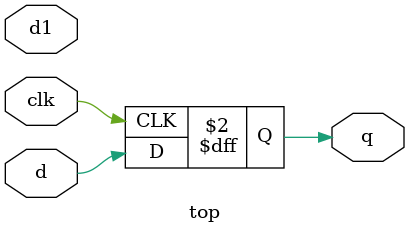
<source format=v>
module top
    ( input d, d1, clk, output reg q );
	always @( posedge clk )
            q <= d;
endmodule

</source>
